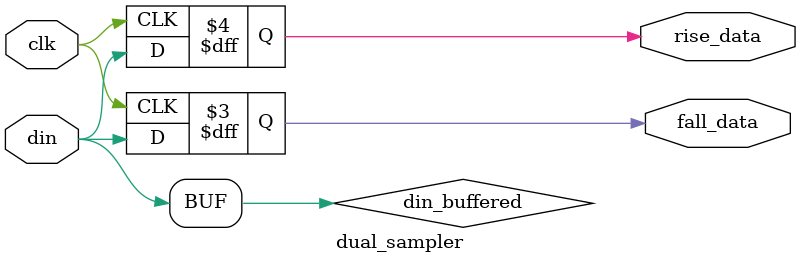
<source format=sv>
module dual_sampler (
    input clk, din,
    output reg rise_data, fall_data
);
    // 引入输入缓冲，减少输入到寄存器的延迟
    wire din_buffered;
    assign din_buffered = din;
    
    // 在上升沿采样
    always @(posedge clk) 
        rise_data <= din_buffered;
    
    // 在下降沿采样
    always @(negedge clk) 
        fall_data <= din_buffered;
endmodule
</source>
